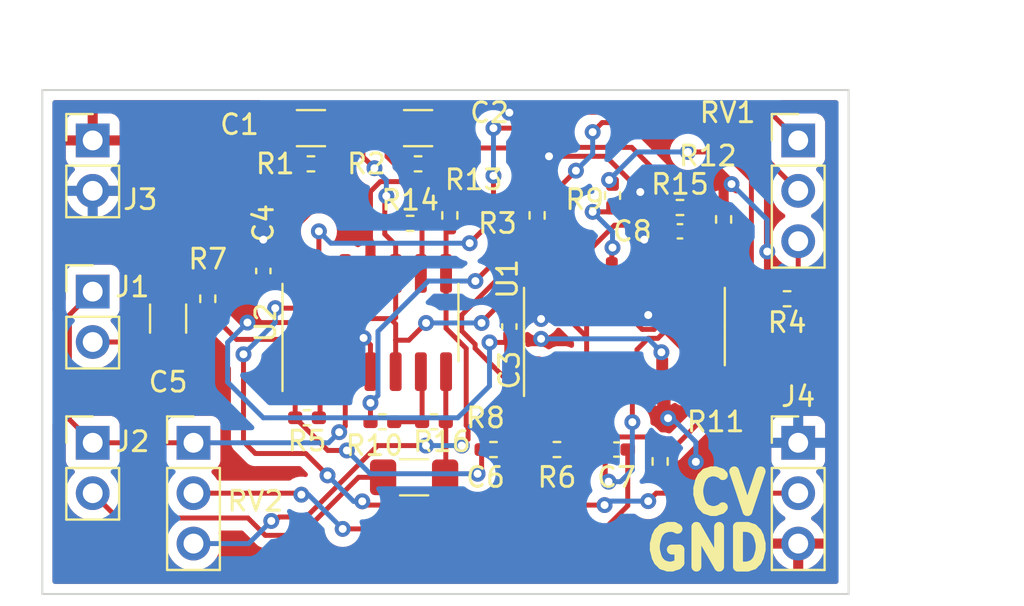
<source format=kicad_pcb>
(kicad_pcb (version 20211014) (generator pcbnew)
  (title_block (title "vcf 13700") (date "2022-08-21") (rev "20220820") (company "Kinoshita Laboratory"))
  (layers (0 "F.Cu" signal) (31 "B.Cu" signal) (34 "B.Paste" user) (35 "F.Paste" user) (36 "B.SilkS" user "B.Silkscreen") (37 "F.SilkS" user "F.Silkscreen") (38 "B.Mask" user) (39 "F.Mask" user) (44 "Edge.Cuts" user))
  (net 0 "")
  (net 1 "VCC")
  (net 2 "vref")
  (net 3 "GND")
  (net 4 "Net-(C5-Pad1)")
  (net 5 "Net-(C5-Pad2)")
  (net 6 "Net-(C6-Pad1)")
  (net 7 "Net-(C6-Pad2)")
  (net 8 "Net-(C7-Pad1)")
  (net 9 "Net-(C7-Pad2)")
  (net 10 "Net-(C8-Pad1)")
  (net 11 "Net-(U2-Pad12)")
  (net 12 "CV")
  (net 13 "Net-(R3-Pad2)")
  (net 14 "Net-(R4-Pad2)")
  (net 15 "Net-(R5-Pad1)")
  (net 16 "Net-(R5-Pad2)")
  (net 17 "Net-(R11-Pad2)")
  (net 18 "Net-(R10-Pad2)")
  (net 19 "Net-(R9-Pad2)")
  (net 20 "Net-(R10-Pad1)")
  (net 21 "Net-(R13-Pad1)")
  (net 22 "Net-(R13-Pad2)")
  (net 23 "Net-(RV1-Pad1)")
  (net 26 "Net-(R6-Pad1)")
  (footprint "Resistor_SMD:R_0402_1005Metric_Pad0.72x0.64mm_HandSolder" (layer "F.Cu") (at 87.2 59.6)
    (fp_text reference "R1" (at -1.8 0) (layer "F.SilkS"))
    (fp_text value "10k")
    (pad "1" smd roundrect (at -0.5975 0) (size 0.715 0.64) (layers "F.Cu" "F.Paste" "F.Mask") (net 1 "VCC"))
    (pad "2" smd roundrect (at 0.5975 0) (size 0.715 0.64) (layers "F.Cu" "F.Paste" "F.Mask") (net 2 "vref"))
  )
  (footprint "Resistor_SMD:R_0402_1005Metric_Pad0.72x0.64mm_HandSolder" (layer "F.Cu") (at 87.0025 72.4 180)
    (fp_text reference "R5" (at 0 -1.17) (layer "F.SilkS"))
    (fp_text value "2.2k")
    (pad "1" smd roundrect (at -0.5975 0 180) (size 0.715 0.64) (layers "F.Cu" "F.Paste" "F.Mask") (net 15 "Net-(R5-Pad1)"))
    (pad "2" smd roundrect (at 0.5975 0 180) (size 0.715 0.64) (layers "F.Cu" "F.Paste" "F.Mask") (net 16 "Net-(R5-Pad2)"))
  )
  (footprint "Resistor_SMD:R_0402_1005Metric_Pad0.72x0.64mm_HandSolder" (layer "F.Cu") (at 104.8 74.6 90)
    (fp_text reference "R11" (at 2 2.8 180) (layer "F.SilkS"))
    (fp_text value "10k")
    (pad "1" smd roundrect (at -0.5975 0 90) (size 0.715 0.64) (layers "F.Cu" "F.Paste" "F.Mask") (net 3 "GND"))
    (pad "2" smd roundrect (at 0.5975 0 90) (size 0.715 0.64) (layers "F.Cu" "F.Paste" "F.Mask") (net 17 "Net-(R11-Pad2)"))
  )
  (footprint "Capacitor_SMD:C_1206_3216Metric_Pad1.33x1.80mm_HandSolder" (layer "F.Cu") (at 92.6 57.8)
    (fp_text reference "C2" (at 3.6 -0.78) (layer "F.SilkS"))
    (fp_text value "100u" hide)
    (pad "1" smd roundrect (at -1.5625 0) (size 1.325 1.8) (layers "F.Cu" "F.Paste" "F.Mask") (roundrect_rratio 0.1886792453) (net 2 "vref"))
    (pad "2" smd roundrect (at 1.5625 0) (size 1.325 1.8) (layers "F.Cu" "F.Paste" "F.Mask") (roundrect_rratio 0.1886792453) (net 3 "GND"))
  )
  (footprint "Resistor_SMD:R_0402_1005Metric_Pad0.72x0.64mm_HandSolder" (layer "F.Cu") (at 92.6 59.6)
    (fp_text reference "R2" (at -2.6 0) (layer "F.SilkS"))
    (fp_text value "10k")
    (pad "1" smd roundrect (at -0.5975 0) (size 0.715 0.64) (layers "F.Cu" "F.Paste" "F.Mask") (net 2 "vref"))
    (pad "2" smd roundrect (at 0.5975 0) (size 0.715 0.64) (layers "F.Cu" "F.Paste" "F.Mask") (net 3 "GND"))
  )
  (footprint "Resistor_SMD:R_0402_1005Metric_Pad0.72x0.64mm_HandSolder" (layer "F.Cu") (at 108 62.4 -90)
    (fp_text reference "R12" (at -3.2 0.8 180) (layer "F.SilkS"))
    (fp_text value "10k")
    (pad "1" smd roundrect (at -0.5975 0 270) (size 0.715 0.64) (layers "F.Cu" "F.Paste" "F.Mask") (net 3 "GND"))
    (pad "2" smd roundrect (at 0.5975 0 270) (size 0.715 0.64) (layers "F.Cu" "F.Paste" "F.Mask") (net 20 "Net-(R10-Pad1)"))
  )
  (footprint "Resistor_SMD:R_0402_1005Metric_Pad0.72x0.64mm_HandSolder" (layer "F.Cu") (at 93.4 72.6)
    (fp_text reference "R8" (at 2.6 -0.2) (layer "F.SilkS"))
    (fp_text value "22k")
    (pad "1" smd roundrect (at -0.5975 0) (size 0.715 0.64) (layers "F.Cu" "F.Paste" "F.Mask") (net 18 "Net-(R10-Pad2)"))
    (pad "2" smd roundrect (at 0.5975 0) (size 0.715 0.64) (layers "F.Cu" "F.Paste" "F.Mask") (net 7 "Net-(C6-Pad2)"))
  )
  (footprint "Resistor_SMD:R_0402_1005Metric_Pad0.72x0.64mm_HandSolder" (layer "F.Cu") (at 82 66.4 90)
    (fp_text reference "R7" (at 2 0 180) (layer "F.SilkS"))
    (fp_text value "68k")
    (pad "1" smd roundrect (at -0.5975 0 90) (size 0.715 0.64) (layers "F.Cu" "F.Paste" "F.Mask") (net 15 "Net-(R5-Pad1)"))
    (pad "2" smd roundrect (at 0.5975 0 90) (size 0.715 0.64) (layers "F.Cu" "F.Paste" "F.Mask") (net 4 "Net-(C5-Pad1)"))
  )
  (footprint "Capacitor_SMD:C_0402_1005Metric_Pad0.74x0.62mm_HandSolder" (layer "F.Cu") (at 97.2 67.8 90)
    (fp_text reference "C3" (at -2.2 0 90) (layer "F.SilkS"))
    (fp_text value "0.1u")
    (pad "1" smd roundrect (at -0.5675 0 90) (size 0.735 0.62) (layers "F.Cu" "F.Paste" "F.Mask") (net 3 "GND"))
    (pad "2" smd roundrect (at 0.5675 0 90) (size 0.735 0.62) (layers "F.Cu" "F.Paste" "F.Mask") (net 1 "VCC"))
  )
  (footprint "Package_SO:SOP-16_3.9x9.9mm_P1.27mm" (layer "F.Cu") (at 103 67.8 90)
    (fp_text reference "U1" (at 2.4 -5.9 90) (layer "F.SilkS"))
    (fp_text value "LM13700")
    (pad "1" smd roundrect (at -2.5 -4.445 90) (size 2 0.6) (layers "F.Cu" "F.Paste" "F.Mask") (net 12 "CV"))
    (pad "2" smd roundrect (at -2.5 -3.175 90) (size 2 0.6) (layers "F.Cu" "F.Paste" "F.Mask"))
    (pad "3" smd roundrect (at -2.5 -1.905 90) (size 2 0.6) (layers "F.Cu" "F.Paste" "F.Mask") (net 2 "vref"))
    (pad "4" smd roundrect (at -2.5 -0.635 90) (size 2 0.6) (layers "F.Cu" "F.Paste" "F.Mask") (net 26 "Net-(R6-Pad1)"))
    (pad "5" smd roundrect (at -2.5 0.635 90) (size 2 0.6) (layers "F.Cu" "F.Paste" "F.Mask") (net 8 "Net-(C7-Pad1)"))
    (pad "6" smd roundrect (at -2.5 1.905 90) (size 2 0.6) (layers "F.Cu" "F.Paste" "F.Mask") (net 3 "GND"))
    (pad "7" smd roundrect (at -2.5 3.175 90) (size 2 0.6) (layers "F.Cu" "F.Paste" "F.Mask") (net 8 "Net-(C7-Pad1)"))
    (pad "8" smd roundrect (at -2.5 4.445 90) (size 2 0.6) (layers "F.Cu" "F.Paste" "F.Mask") (net 17 "Net-(R11-Pad2)"))
    (pad "9" smd roundrect (at 2.5 4.445 90) (size 2 0.6) (layers "F.Cu" "F.Paste" "F.Mask") (net 20 "Net-(R10-Pad1)"))
    (pad "10" smd roundrect (at 2.5 3.175 90) (size 2 0.6) (layers "F.Cu" "F.Paste" "F.Mask") (net 10 "Net-(C8-Pad1)"))
    (pad "11" smd roundrect (at 2.5 1.905 90) (size 2 0.6) (layers "F.Cu" "F.Paste" "F.Mask") (net 1 "VCC"))
    (pad "12" smd roundrect (at 2.5 0.635 90) (size 2 0.6) (layers "F.Cu" "F.Paste" "F.Mask") (net 10 "Net-(C8-Pad1)"))
    (pad "13" smd roundrect (at 2.5 -0.635 90) (size 2 0.6) (layers "F.Cu" "F.Paste" "F.Mask") (net 19 "Net-(R9-Pad2)"))
    (pad "14" smd roundrect (at 2.5 -1.905 90) (size 2 0.6) (layers "F.Cu" "F.Paste" "F.Mask") (net 2 "vref"))
    (pad "15" smd roundrect (at 2.5 -3.175 90) (size 2 0.6) (layers "F.Cu" "F.Paste" "F.Mask"))
    (pad "16" smd roundrect (at 2.5 -4.445 90) (size 2 0.6) (layers "F.Cu" "F.Paste" "F.Mask") (net 12 "CV"))
  )
  (footprint "Resistor_SMD:R_0402_1005Metric_Pad0.72x0.64mm_HandSolder" (layer "F.Cu") (at 94.2 62.2 90)
    (fp_text reference "R13" (at 1.8 1.2 180) (layer "F.SilkS"))
    (fp_text value "22k")
    (pad "1" smd roundrect (at -0.5975 0 90) (size 0.715 0.64) (layers "F.Cu" "F.Paste" "F.Mask") (net 21 "Net-(R13-Pad1)"))
    (pad "2" smd roundrect (at 0.5975 0 90) (size 0.715 0.64) (layers "F.Cu" "F.Paste" "F.Mask") (net 22 "Net-(R13-Pad2)"))
  )
  (footprint "Connector_PinHeader_2.54mm:PinHeader_1x02_P2.54mm_Vertical" (layer "F.Cu") (at 76.2 73.66)
    (fp_text reference "J2" (at 2 -0.06) (layer "F.SilkS"))
    (fp_text value "Conn_01x02")
    (pad "1" thru_hole rect (at 0 0) (size 1.7 1.7) (drill 1) (layers *.Cu *.Mask) (net 2 "vref"))
    (pad "2" thru_hole oval (at 0 2.54) (size 1.7 1.7) (drill 1) (layers *.Cu *.Mask) (net 6 "Net-(C6-Pad1)"))
  )
  (footprint "Connector_PinHeader_2.54mm:PinHeader_1x03_P2.54mm_Vertical" (layer "F.Cu") (at 111.76 58.42)
    (fp_text reference "RV1" (at -3.56 -1.4) (layer "F.SilkS"))
    (fp_text value "100k")
    (pad "1" thru_hole rect (at 0 0) (size 1.7 1.7) (drill 1) (layers *.Cu *.Mask) (net 23 "Net-(RV1-Pad1)"))
    (pad "2" thru_hole oval (at 0 2.54) (size 1.7 1.7) (drill 1) (layers *.Cu *.Mask) (net 13 "Net-(R3-Pad2)"))
    (pad "3" thru_hole oval (at 0 5.08) (size 1.7 1.7) (drill 1) (layers *.Cu *.Mask) (net 14 "Net-(R4-Pad2)"))
  )
  (footprint "Capacitor_SMD:C_0402_1005Metric_Pad0.74x0.62mm_HandSolder" (layer "F.Cu") (at 102.6 74)
    (fp_text reference "C7" (at 0 1.4) (layer "F.SilkS"))
    (fp_text value "3.9n")
    (pad "1" smd roundrect (at -0.5675 0) (size 0.735 0.62) (layers "F.Cu" "F.Paste" "F.Mask") (net 8 "Net-(C7-Pad1)"))
    (pad "2" smd roundrect (at 0.5675 0) (size 0.735 0.62) (layers "F.Cu" "F.Paste" "F.Mask") (net 9 "Net-(C7-Pad2)"))
  )
  (footprint "Capacitor_SMD:C_0402_1005Metric_Pad0.74x0.62mm_HandSolder" (layer "F.Cu") (at 105.8 63 180)
    (fp_text reference "C8" (at 2.4 0) (layer "F.SilkS"))
    (fp_text value "3.9n")
    (pad "1" smd roundrect (at -0.5675 0 180) (size 0.735 0.62) (layers "F.Cu" "F.Paste" "F.Mask") (net 10 "Net-(C8-Pad1)"))
    (pad "2" smd roundrect (at 0.5675 0 180) (size 0.735 0.62) (layers "F.Cu" "F.Paste" "F.Mask") (net 2 "vref"))
  )
  (footprint "Resistor_SMD:R_0402_1005Metric_Pad0.72x0.64mm_HandSolder" (layer "F.Cu") (at 99.6 74)
    (fp_text reference "R6" (at 0 1.4) (layer "F.SilkS"))
    (fp_text value "22k")
    (pad "1" smd roundrect (at -0.5975 0) (size 0.715 0.64) (layers "F.Cu" "F.Paste" "F.Mask") (net 26 "Net-(R6-Pad1)"))
    (pad "2" smd roundrect (at 0.5975 0) (size 0.715 0.64) (layers "F.Cu" "F.Paste" "F.Mask") (net 17 "Net-(R11-Pad2)"))
  )
  (footprint "Connector_PinHeader_2.54mm:PinHeader_1x03_P2.54mm_Vertical" (layer "F.Cu") (at 111.76 73.66)
    (fp_text reference "J4" (at 0 -2.33) (layer "F.SilkS"))
    (fp_text value "Conn_01x03")
    (pad "1" thru_hole rect (at 0 0) (size 1.7 1.7) (drill 1) (layers *.Cu *.Mask) (net 1 "VCC"))
    (pad "2" thru_hole oval (at 0 2.54) (size 1.7 1.7) (drill 1) (layers *.Cu *.Mask) (net 11 "Net-(U2-Pad12)"))
    (pad "3" thru_hole oval (at 0 5.08) (size 1.7 1.7) (drill 1) (layers *.Cu *.Mask) (net 3 "GND"))
  )
  (footprint "Connector_PinHeader_2.54mm:PinHeader_1x03_P2.54mm_Vertical" (layer "F.Cu") (at 81.28 73.66)
    (fp_text reference "RV2" (at 3.12 2.94) (layer "F.SilkS"))
    (fp_text value "100k")
    (pad "1" thru_hole rect (at 0 0) (size 1.7 1.7) (drill 1) (layers *.Cu *.Mask) (net 2 "vref"))
    (pad "2" thru_hole oval (at 0 2.54) (size 1.7 1.7) (drill 1) (layers *.Cu *.Mask) (net 9 "Net-(C7-Pad2)"))
    (pad "3" thru_hole oval (at 0 5.08) (size 1.7 1.7) (drill 1) (layers *.Cu *.Mask) (net 21 "Net-(R13-Pad1)"))
  )
  (footprint "Resistor_SMD:R_0402_1005Metric_Pad0.72x0.64mm_HandSolder" (layer "F.Cu") (at 102.4 61.2 -90)
    (fp_text reference "R9" (at 0.2 1.4 180) (layer "F.SilkS"))
    (fp_text value "22k")
    (pad "1" smd roundrect (at -0.5975 0 270) (size 0.715 0.64) (layers "F.Cu" "F.Paste" "F.Mask") (net 17 "Net-(R11-Pad2)"))
    (pad "2" smd roundrect (at 0.5975 0 270) (size 0.715 0.64) (layers "F.Cu" "F.Paste" "F.Mask") (net 19 "Net-(R9-Pad2)"))
  )
  (footprint "Capacitor_SMD:C_1206_3216Metric_Pad1.33x1.80mm_HandSolder" (layer "F.Cu") (at 92.4 75.4)
    (fp_text reference "C6" (at 3.6 0) (layer "F.SilkS"))
    (fp_text value "4.7u")
    (pad "1" smd roundrect (at -1.5625 0) (size 1.325 1.8) (layers "F.Cu" "F.Paste" "F.Mask") (roundrect_rratio 0.1886792453) (net 6 "Net-(C6-Pad1)"))
    (pad "2" smd roundrect (at 1.5625 0) (size 1.325 1.8) (layers "F.Cu" "F.Paste" "F.Mask") (roundrect_rratio 0.1886792453) (net 7 "Net-(C6-Pad2)"))
  )
  (footprint "Capacitor_SMD:C_1206_3216Metric_Pad1.33x1.80mm_HandSolder" (layer "F.Cu") (at 80 67.4 -90)
    (fp_text reference "C5" (at 3.2 0 180) (layer "F.SilkS"))
    (fp_text value "4.7u")
    (pad "1" smd roundrect (at -1.5625 0 270) (size 1.325 1.8) (layers "F.Cu" "F.Paste" "F.Mask") (roundrect_rratio 0.1886792453) (net 4 "Net-(C5-Pad1)"))
    (pad "2" smd roundrect (at 1.5625 0 270) (size 1.325 1.8) (layers "F.Cu" "F.Paste" "F.Mask") (roundrect_rratio 0.1886792453) (net 5 "Net-(C5-Pad2)"))
  )
  (footprint "Resistor_SMD:R_0402_1005Metric_Pad0.72x0.64mm_HandSolder" (layer "F.Cu") (at 96.4 74)
    (fp_text reference "R16" (at -2.6 -0.4) (layer "F.SilkS"))
    (fp_text value "22k")
    (pad "1" smd roundrect (at -0.5975 0) (size 0.715 0.64) (layers "F.Cu" "F.Paste" "F.Mask") (net 16 "Net-(R5-Pad2)"))
    (pad "2" smd roundrect (at 0.5975 0) (size 0.715 0.64) (layers "F.Cu" "F.Paste" "F.Mask") (net 26 "Net-(R6-Pad1)"))
  )
  (footprint "Resistor_SMD:R_0402_1005Metric_Pad0.72x0.64mm_HandSolder" (layer "F.Cu") (at 98.6 62.2 90)
    (fp_text reference "R3" (at -0.4 -2 180) (layer "F.SilkS"))
    (fp_text value "10k")
    (pad "1" smd roundrect (at -0.5975 0 90) (size 0.715 0.64) (layers "F.Cu" "F.Paste" "F.Mask") (net 12 "CV"))
    (pad "2" smd roundrect (at 0.5975 0 90) (size 0.715 0.64) (layers "F.Cu" "F.Paste" "F.Mask") (net 13 "Net-(R3-Pad2)"))
  )
  (footprint "Resistor_SMD:R_0402_1005Metric_Pad0.72x0.64mm_HandSolder" (layer "F.Cu") (at 90.8 72.6)
    (fp_text reference "R10" (at -0.4 1.2) (layer "F.SilkS"))
    (fp_text value "1k")
    (pad "1" smd roundrect (at -0.5975 0) (size 0.715 0.64) (layers "F.Cu" "F.Paste" "F.Mask") (net 20 "Net-(R10-Pad1)"))
    (pad "2" smd roundrect (at 0.5975 0) (size 0.715 0.64) (layers "F.Cu" "F.Paste" "F.Mask") (net 18 "Net-(R10-Pad2)"))
  )
  (footprint "Resistor_SMD:R_0402_1005Metric_Pad0.72x0.64mm_HandSolder" (layer "F.Cu") (at 92.2 62.6)
    (fp_text reference "R14" (at 0 -1.17) (layer "F.SilkS"))
    (fp_text value "10k")
    (pad "1" smd roundrect (at -0.5975 0) (size 0.715 0.64) (layers "F.Cu" "F.Paste" "F.Mask") (net 20 "Net-(R10-Pad1)"))
    (pad "2" smd roundrect (at 0.5975 0) (size 0.715 0.64) (layers "F.Cu" "F.Paste" "F.Mask") (net 22 "Net-(R13-Pad2)"))
  )
  (footprint "Package_SO:SO-14_3.9x8.65mm_P1.27mm" (layer "F.Cu") (at 90.2 67.6 90)
    (fp_text reference "U2" (at 0 -5.28 90) (layer "F.SilkS"))
    (fp_text value "LMV324IDR")
    (pad "1" smd roundrect (at -2.475 -3.81 90) (size 1.95 0.6) (layers "F.Cu" "F.Paste" "F.Mask") (net 16 "Net-(R5-Pad2)"))
    (pad "2" smd roundrect (at -2.475 -2.54 90) (size 1.95 0.6) (layers "F.Cu" "F.Paste" "F.Mask") (net 15 "Net-(R5-Pad1)"))
    (pad "3" smd roundrect (at -2.475 -1.27 90) (size 1.95 0.6) (layers "F.Cu" "F.Paste" "F.Mask") (net 2 "vref"))
    (pad "4" smd roundrect (at -2.475 0 90) (size 1.95 0.6) (layers "F.Cu" "F.Paste" "F.Mask") (net 1 "VCC"))
    (pad "5" smd roundrect (at -2.475 1.27 90) (size 1.95 0.6) (layers "F.Cu" "F.Paste" "F.Mask") (net 2 "vref"))
    (pad "6" smd roundrect (at -2.475 2.54 90) (size 1.95 0.6) (layers "F.Cu" "F.Paste" "F.Mask") (net 18 "Net-(R10-Pad2)"))
    (pad "7" smd roundrect (at -2.475 3.81 90) (size 1.95 0.6) (layers "F.Cu" "F.Paste" "F.Mask") (net 7 "Net-(C6-Pad2)"))
    (pad "8" smd roundrect (at 2.475 3.81 90) (size 1.95 0.6) (layers "F.Cu" "F.Paste" "F.Mask") (net 21 "Net-(R13-Pad1)"))
    (pad "9" smd roundrect (at 2.475 2.54 90) (size 1.95 0.6) (layers "F.Cu" "F.Paste" "F.Mask") (net 22 "Net-(R13-Pad2)"))
    (pad "10" smd roundrect (at 2.475 1.27 90) (size 1.95 0.6) (layers "F.Cu" "F.Paste" "F.Mask") (net 2 "vref"))
    (pad "11" smd roundrect (at 2.475 0 90) (size 1.95 0.6) (layers "F.Cu" "F.Paste" "F.Mask") (net 3 "GND"))
    (pad "12" smd roundrect (at 2.475 -1.27 90) (size 1.95 0.6) (layers "F.Cu" "F.Paste" "F.Mask") (net 11 "Net-(U2-Pad12)"))
    (pad "13" smd roundrect (at 2.475 -2.54 90) (size 1.95 0.6) (layers "F.Cu" "F.Paste" "F.Mask") (net 23 "Net-(RV1-Pad1)"))
    (pad "14" smd roundrect (at 2.475 -3.81 90) (size 1.95 0.6) (layers "F.Cu" "F.Paste" "F.Mask") (net 23 "Net-(RV1-Pad1)"))
  )
  (footprint "Resistor_SMD:R_0402_1005Metric_Pad0.72x0.64mm_HandSolder" (layer "F.Cu") (at 105.8 61.8)
    (fp_text reference "R15" (at 0 -1.17) (layer "F.SilkS"))
    (fp_text value "22k")
    (pad "1" smd roundrect (at -0.5975 0) (size 0.715 0.64) (layers "F.Cu" "F.Paste" "F.Mask") (net 19 "Net-(R9-Pad2)"))
    (pad "2" smd roundrect (at 0.5975 0) (size 0.715 0.64) (layers "F.Cu" "F.Paste" "F.Mask") (net 20 "Net-(R10-Pad1)"))
  )
  (footprint "Capacitor_SMD:C_1206_3216Metric_Pad1.33x1.80mm_HandSolder" (layer "F.Cu") (at 87.2 57.8)
    (fp_text reference "C1" (at -3.6 -0.18) (layer "F.SilkS"))
    (fp_text value "100u" hide)
    (pad "1" smd roundrect (at -1.5625 0) (size 1.325 1.8) (layers "F.Cu" "F.Paste" "F.Mask") (roundrect_rratio 0.1886792453) (net 1 "VCC"))
    (pad "2" smd roundrect (at 1.5625 0) (size 1.325 1.8) (layers "F.Cu" "F.Paste" "F.Mask") (roundrect_rratio 0.1886792453) (net 2 "vref"))
  )
  (footprint "Connector_PinHeader_2.54mm:PinHeader_1x02_P2.54mm_Vertical" (layer "F.Cu") (at 76.2 66.04)
    (fp_text reference "J1" (at 2 -0.24) (layer "F.SilkS"))
    (fp_text value "Conn_01x02")
    (pad "1" thru_hole rect (at 0 0) (size 1.7 1.7) (drill 1) (layers *.Cu *.Mask) (net 2 "vref"))
    (pad "2" thru_hole oval (at 0 2.54) (size 1.7 1.7) (drill 1) (layers *.Cu *.Mask) (net 5 "Net-(C5-Pad2)"))
  )
  (footprint "Connector_PinHeader_2.54mm:PinHeader_1x02_P2.54mm_Vertical" (layer "F.Cu") (at 76.2 58.42)
    (fp_text reference "J3" (at 2.4 2.98) (layer "F.SilkS"))
    (fp_text value "Conn_01x02")
    (pad "1" thru_hole rect (at 0 0) (size 1.7 1.7) (drill 1) (layers *.Cu *.Mask) (net 3 "GND"))
    (pad "2" thru_hole oval (at 0 2.54) (size 1.7 1.7) (drill 1) (layers *.Cu *.Mask) (net 1 "VCC"))
  )
  (footprint "Capacitor_SMD:C_0402_1005Metric_Pad0.74x0.62mm_HandSolder" (layer "F.Cu") (at 84.8 65 90)
    (fp_text reference "C4" (at 2.4 0 90) (layer "F.SilkS"))
    (fp_text value "0.1u")
    (pad "1" smd roundrect (at -0.5675 0 90) (size 0.735 0.62) (layers "F.Cu" "F.Paste" "F.Mask") (net 3 "GND"))
    (pad "2" smd roundrect (at 0.5675 0 90) (size 0.735 0.62) (layers "F.Cu" "F.Paste" "F.Mask") (net 1 "VCC"))
  )
  (footprint "Resistor_SMD:R_0402_1005Metric_Pad0.72x0.64mm_HandSolder" (layer "F.Cu") (at 111.2 66.4)
    (fp_text reference "R4" (at 0 1.2) (layer "F.SilkS"))
    (fp_text value "1k")
    (pad "1" smd roundrect (at -0.5975 0) (size 0.715 0.64) (layers "F.Cu" "F.Paste" "F.Mask") (net 3 "GND"))
    (pad "2" smd roundrect (at 0.5975 0) (size 0.715 0.64) (layers "F.Cu" "F.Paste" "F.Mask") (net 14 "Net-(R4-Pad2)"))
  )
  (gr_line (start 73.66 55.88) (end 114.3 55.88) (layer "Edge.Cuts") (width 0.1))
  (gr_line (start 73.66 81.28) (end 73.66 55.88) (layer "Edge.Cuts") (width 0.1))
  (gr_line (start 114.3 55.88) (end 114.3 81.28) (layer "Edge.Cuts") (width 0.1))
  (gr_line (start 114.3 81.28) (end 73.66 81.28) (layer "Edge.Cuts") (width 0.1))
  (gr_text "CV" (at 108.2 76.2) (layer "F.SilkS") (effects (font (size 2 2) (thickness 0.5))))
  (gr_text "GND" (at 107.2 79) (layer "F.SilkS") (effects (font (size 2 2) (thickness 0.5))))
  (segment (start 84.8 64.4325) (end 84.8 63.42) (width 0.25) (layer "F.Cu") (net 1))
  (segment (start 90.2 68.722083) (end 89.853293 68.375376) (width 0.25) (layer "F.Cu") (net 1))
  (segment (start 82.4775 60.96) (end 85.6375 57.8) (width 0.5) (layer "F.Cu") (net 1))
  (segment (start 84.8 63.42) (end 84.8 62.62) (width 0.25) (layer "F.Cu") (net 1))
  (segment (start 86.6025 60.8175) (end 86.6025 59.6) (width 0.25) (layer "F.Cu") (net 1))
  (segment (start 85.6375 59.2575) (end 85.6375 57.8) (width 0.25) (layer "F.Cu") (net 1))
  (segment (start 90.2 70.075) (end 90.2 68.722083) (width 0.25) (layer "F.Cu") (net 1))
  (segment (start 104.905 65.3) (end 104.905 66.515) (width 0.25) (layer "F.Cu") (net 1))
  (segment (start 104.905 66.515) (end 104.2 67.22) (width 0.25) (layer "F.Cu") (net 1))
  (segment (start 86.86202 56.57548) (end 85.6375 57.8) (width 0.25) (layer "F.Cu") (net 1))
  (segment (start 98.8 67.42) (end 97.3875 67.42) (width 0.25) (layer "F.Cu") (net 1))
  (segment (start 97.2 57.02) (end 96.75548 56.57548) (width 0.25) (layer "F.Cu") (net 1))
  (segment (start 104.905 64.325) (end 104 63.42) (width 0.25) (layer "F.Cu") (net 1))
  (segment (start 103.8 60.959786) (end 102.060214 59.22) (width 0.25) (layer "F.Cu") (net 1))
  (segment (start 97.3875 67.42) (end 97.2 67.2325) (width 0.25) (layer "F.Cu") (net 1))
  (segment (start 103.8 61.02) (end 103.8 60.959786) (width 0.25) (layer "F.Cu") (net 1))
  (segment (start 76.2 60.96) (end 82.4775 60.96) (width 0.5) (layer "F.Cu") (net 1))
  (segment (start 96.75548 56.57548) (end 86.86202 56.57548) (width 0.25) (layer "F.Cu") (net 1))
  (segment (start 84.8 62.62) (end 86.6025 60.8175) (width 0.25) (layer "F.Cu") (net 1))
  (segment (start 104.905 65.3) (end 104.905 64.325) (width 0.25) (layer "F.Cu") (net 1))
  (segment (start 85.98 59.6) (end 85.6375 59.2575) (width 0.25) (layer "F.Cu") (net 1))
  (segment (start 86.6025 59.6) (end 85.98 59.6) (width 0.25) (layer "F.Cu") (net 1))
  (segment (start 102.060214 59.22) (end 99.2 59.22) (width 0.25) (layer "F.Cu") (net 1))
  (via (at 99.2 59.22) (size 0.8) (drill 0.4) (layers "F.Cu" "B.Cu") (net 1))
  (via (at 98.8 67.42) (size 0.8) (drill 0.4) (layers "F.Cu" "B.Cu") (net 1))
  (via (at 104.2 67.22) (size 0.8) (drill 0.4) (layers "F.Cu" "B.Cu") (net 1))
  (via (at 89.853293 68.375376) (size 0.8) (drill 0.4) (layers "F.Cu" "B.Cu") (net 1))
  (via (at 103.8 61.02) (size 0.8) (drill 0.4) (layers "F.Cu" "B.Cu") (net 1))
  (via (at 97.2 57.02) (size 0.8) (drill 0.4) (layers "F.Cu" "B.Cu") (net 1))
  (via (at 84.8 63.42) (size 0.8) (drill 0.4) (layers "F.Cu" "B.Cu") (net 1))
  (via (at 104 63.42) (size 0.8) (drill 0.4) (layers "F.Cu" "B.Cu") (net 1))
  (segment (start 104 63.42) (end 104 61.22) (width 0.25) (layer "B.Cu") (net 1))
  (segment (start 99 67.22) (end 98.8 67.42) (width 0.25) (layer "B.Cu") (net 1))
  (segment (start 104 61.22) (end 103.8 61.02) (width 0.25) (layer "B.Cu") (net 1))
  (segment (start 84.8 63.42) (end 85 63.42) (width 0.25) (layer "B.Cu") (net 1))
  (segment (start 104.2 67.22) (end 99 67.22) (width 0.25) (layer "B.Cu") (net 1))
  (segment (start 99.2 59.02) (end 97.2 57.02) (width 0.25) (layer "B.Cu") (net 1))
  (segment (start 85 63.42) (end 89.853293 68.273293) (width 0.25) (layer "B.Cu") (net 1))
  (segment (start 99.2 59.22) (end 99.2 59.02) (width 0.25) (layer "B.Cu") (net 1))
  (segment (start 89.853293 68.273293) (end 89.853293 68.375376) (width 0.25) (layer "B.Cu") (net 1))
  (segment (start 91.47 67.67) (end 91.47 68.49) (width 0.25) (layer "F.Cu") (net 2))
  (segment (start 96.846377 66.54048) (end 98.124408 66.54048) (width 0.25) (layer "F.Cu") (net 2))
  (segment (start 98.279427 66.695499) (end 99.465499 66.695499) (width 0.25) (layer "F.Cu") (net 2))
  (segment (start 91.47 68.49) (end 91.47 70.075) (width 0.25) (layer "F.Cu") (net 2))
  (segment (start 98.124408 66.54048) (end 98.279427 66.695499) (width 0.25) (layer "F.Cu") (net 2))
  (segment (start 88.93 70.075) (end 88.93 72.818049) (width 0.25) (layer "F.Cu") (net 2))
  (segment (start 89.82 59.24) (end 89.82 57.8) (width 0.25) (layer "F.Cu") (net 2))
  (segment (start 101.095 65.3) (end 101.095 68.325) (width 0.25) (layer "F.Cu") (net 2))
  (segment (start 102.499901 62.695499) (end 104.927999 62.695499) (width 0.25) (layer "F.Cu") (net 2))
  (segment (start 89.635704 67.4) (end 91.2 67.4) (width 0.25) (layer "F.Cu") (net 2))
  (segment (start 91.47 65.125) (end 91.47 67.35) (width 0.25) (layer "F.Cu") (net 2))
  (segment (start 76.2 73.66) (end 75.025489 72.485489) (width 0.25) (layer "F.Cu") (net 2))
  (segment (start 91.2 67.4) (end 91.31 67.51) (width 0.25) (layer "F.Cu") (net 2))
  (segment (start 104.927999 62.695499) (end 105.2325 63) (width 0.25) (layer "F.Cu") (net 2))
  (segment (start 95.8 67.62) (end 95.8 67.586857) (width 0.25) (layer "F.Cu") (net 2))
  (segment (start 91.31 67.51) (end 91.47 67.67) (width 0.25) (layer "F.Cu") (net 2))
  (segment (start 99.465499 66.695499) (end 101.095 68.325) (width 0.25) (layer "F.Cu") (net 2))
  (segment (start 91.0375 59.2375) (end 91.0375 57.8) (width 0.25) (layer "F.Cu") (net 2))
  (segment (start 88.4 59.6) (end 88.7625 59.2375) (width 0.25) (layer "F.Cu") (net 2))
  (segment (start 88.7625 59.2375) (end 88.7625 57.8) (width 0.25) (layer "F.Cu") (net 2))
  (segment (start 87.7975 59.6) (end 88.4 59.6) (width 0.25) (layer "F.Cu") (net 2))
  (segment (start 91.47 63.69) (end 90.92048 63.14048) (width 0.25) (layer "F.Cu") (net 2))
  (segment (start 95.8 67.586857) (end 96.846377 66.54048) (width 0.25) (layer "F.Cu") (net 2))
  (segment (start 89.82 57.8) (end 91.0375 57.8) (width 0.25) (layer "F.Cu") (net 2))
  (segment (start 75.025489 72.485489) (end 75.025489 67.214511) (width 0.25) (layer "F.Cu") (net 2))
  (segment (start 88.93 70.075) (end 88.93 68.105704) (width 0.25) (layer "F.Cu") (net 2))
  (segment (start 101.095 68.325) (end 101.095 70.3) (width 0.25) (layer "F.Cu") (net 2))
  (segment (start 88.93 72.818049) (end 88.623549 73.1245) (width 0.25) (layer "F.Cu") (net 2))
  (segment (start 91.47 65.125) (end 91.47 63.69) (width 0.25) (layer "F.Cu") (net 2))
  (segment (start 90.92048 63.14048) (end 90.92048 61.29952) (width 0.25) (layer "F.Cu") (net 2))
  (segment (start 76.2 73.66) (end 81.28 73.66) (width 0.25) (layer "F.Cu") (net 2))
  (segment (start 91.47 68.49) (end 92.134701 68.49) (width 0.25) (layer "F.Cu") (net 2))
  (segment (start 90.4 59.82) (end 89.82 59.24) (width 0.25) (layer "F.Cu") (net 2))
  (segment (start 91.47 67.35) (end 91.31 67.51) (width 0.25) (layer "F.Cu") (net 2))
  (segment (start 92.0025 59.6) (end 91.4 59.6) (width 0.25) (layer "F.Cu") (net 2))
  (segment (start 75.025489 67.214511) (end 76.2 66.04) (width 0.25) (layer "F.Cu") (net 2))
  (segment (start 101.095 64.1004) (end 102.499901 62.695499) (width 0.25) (layer "F.Cu") (net 2))
  (segment (start 101.095 65.3) (end 101.095 64.1004) (width 0.25) (layer "F.Cu") (net 2))
  (segment (start 88.7625 57.8) (end 89.82 57.8) (width 0.25) (layer "F.Cu") (net 2))
  (segment (start 88.93 68.105704) (end 89.635704 67.4) (width 0.25) (layer "F.Cu") (net 2))
  (segment (start 90.92048 61.29952) (end 91 61.22) (width 0.25) (layer "F.Cu") (net 2))
  (segment (start 92.134701 68.49) (end 93.002821 67.62188) (width 0.25) (layer "F.Cu") (net 2))
  (segment (start 91.4 59.6) (end 91.0375 59.2375) (width 0.25) (layer "F.Cu") (net 2))
  (via (at 95.8 67.62) (size 0.8) (drill 0.4) (layers "F.Cu" "B.Cu") (net 2))
  (via (at 88.623549 73.1245) (size 0.8) (drill 0.4) (layers "F.Cu" "B.Cu") (net 2))
  (via (at 90.4 59.82) (size 0.8) (drill 0.4) (layers "F.Cu" "B.Cu") (net 2))
  (via (at 93.002821 67.62188) (size 0.8) (drill 0.4) (layers "F.Cu" "B.Cu") (net 2))
  (via (at 91 61.22) (size 0.8) (drill 0.4) (layers "F.Cu" "B.Cu") (net 2))
  (segment (start 95.8 67.62) (end 93.004701 67.62) (width 0.25) (layer "B.Cu") (net 2))
  (segment (start 81.28 73.66) (end 88.088049 73.66) (width 0.25) (layer "B.Cu") (net 2))
  (segment (start 93.004701 67.62) (end 93.002821 67.62188) (width 0.25) (layer "B.Cu") (net 2))
  (segment (start 91 60.42) (end 90.4 59.82) (width 0.25) (layer "B.Cu") (net 2))
  (segment (start 91 61.22) (end 91 60.42) (width 0.25) (layer "B.Cu") (net 2))
  (segment (start 88.088049 73.66) (end 88.623549 73.1245) (width 0.25) (layer "B.Cu") (net 2))
  (segment (start 96.9675 68.6) (end 97.2 68.3675) (width 0.25) (layer "F.Cu") (net 3))
  (segment (start 90.2 65.125) (end 90.2 66) (width 0.25) (layer "F.Cu") (net 3))
  (segment (start 97.2525 68.42) (end 97.2 68.3675) (width 0.25) (layer "F.Cu") (net 3))
  (segment (start 93.1975 59.6) (end 93.1975 58.765) (width 0.25) (layer "F.Cu") (net 3))
  (segment (start 105.2 70.595) (end 104.905 70.3) (width 0.25) (layer "F.Cu") (net 3))
  (segment (start 110.6025 64.4225) (end 110.2 64.02) (width 0.25) (layer "F.Cu") (net 3))
  (segment (start 108 60.82) (end 108 61.8025) (width 0.25) (layer "F.Cu") (net 3))
  (segment (start 90.2 66.2) (end 88.8 67.6) (width 0.25) (layer "F.Cu") (net 3))
  (segment (start 85.6 64.7675) (end 85.6 63.62) (width 0.25) (layer "F.Cu") (net 3))
  (segment (start 92.302001 60.495499) (end 93.1975 59.6) (width 0.25) (layer "F.Cu") (net 3))
  (segment (start 90.699901 60.495499) (end 92.302001 60.495499) (width 0.25) (layer "F.Cu") (net 3))
  (segment (start 108.2 60.62) (end 108 60.82) (width 0.25) (layer "F.Cu") (net 3))
  (segment (start 87.4 61.82) (end 89 61.82) (width 0.25) (layer "F.Cu") (net 3))
  (segment (start 90.2 60.9954) (end 90.699901 60.495499) (width 0.25) (layer "F.Cu") (net 3))
  (segment (start 96.2 68.6) (end 96.9675 68.6) (width 0.25) (layer "F.Cu") (net 3))
  (segment (start 110.6025 66.4) (end 110.6025 64.4225) (width 0.25) (layer "F.Cu") (net 3))
  (segment (start 93.1975 58.765) (end 94.1625 57.8) (width 0.25) (layer "F.Cu") (net 3))
  (segment (start 108.4 60.62) (end 108.2 60.62) (width 0.25) (layer "F.Cu") (net 3))
  (segment (start 90.2 66) (end 90.2 66.2) (width 0.25) (layer "F.Cu") (net 3))
  (segment (start 84.8 65.5675) (end 85.6 64.7675) (width 0.25) (layer "F.Cu") (net 3))
  (segment (start 90.2 63.02) (end 90.2 60.9954) (width 0.25) (layer "F.Cu") (net 3))
  (segment (start 106.0225 75.1975) (end 106.6 74.62) (width 0.25) (layer "F.Cu") (net 3))
  (segment (start 89 61.82) (end 90.2 63.02) (width 0.25) (layer "F.Cu") (net 3))
  (segment (start 90.2 65.125) (end 90.2 63.02) (width 0.25) (layer "F.Cu") (net 3))
  (segment (start 104.8 75.1975) (end 106.0225 75.1975) (width 0.25) (layer "F.Cu") (net 3))
  (segment (start 104.905 70.3) (end 104.905 69.138581) (width 0.25) (layer "F.Cu") (net 3))
  (segment (start 85.6 63.62) (end 87.4 61.82) (width 0.25) (layer "F.Cu") (net 3))
  (segment (start 98.8 68.42) (end 97.2525 68.42) (width 0.25) (layer "F.Cu") (net 3))
  (segment (start 88.8 67.6) (end 84 67.6) (width 0.25) (layer "F.Cu") (net 3))
  (segment (start 105.2 72.42) (end 105.2 70.595) (width 0.25) (layer "F.Cu") (net 3))
  (segment (start 104.905 69.138581) (end 104.863041 69.096622) (width 0.25) (layer "F.Cu") (net 3))
  (via (at 84 67.6) (size 0.8) (drill 0.4) (layers "F.Cu" "B.Cu") (net 3))
  (via (at 98.8 68.42) (size 0.8) (drill 0.4) (layers "F.Cu" "B.Cu") (net 3))
  (via (at 105.2 72.42) (size 0.8) (drill 0.4) (layers "F.Cu" "B.Cu") (net 3))
  (via (at 108.4 60.62) (size 0.8) (drill 0.4) (layers "F.Cu" "B.Cu") (net 3))
  (via (at 96.2 68.6) (size 0.8) (drill 0.4) (layers "F.Cu" "B.Cu") (net 3))
  (via (at 106.6 74.62) (size 0.8) (drill 0.4) (layers "F.Cu" "B.Cu") (net 3))
  (via (at 110.2 64.02) (size 0.8) (drill 0.4) (layers "F.Cu" "B.Cu") (net 3))
  (via (at 104.863041 69.096622) (size 0.8) (drill 0.4) (layers "F.Cu" "B.Cu") (net 3))
  (segment (start 104.2 68.42) (end 98.8 68.42) (width 0.25) (layer "B.Cu") (net 3))
  (segment (start 84 67.6) (end 83 68.6) (width 0.25) (layer "B.Cu") (net 3))
  (segment (start 106.6 73.62) (end 105.4 72.42) (width 0.25) (layer "B.Cu") (net 3))
  (segment (start 104.586419 68.82) (end 104.863041 69.096622) (width 0.25) (layer "B.Cu") (net 3))
  (segment (start 83 68.6) (end 83 70.6) (width 0.25) (layer "B.Cu") (net 3))
  (segment (start 96.2 70.8) (end 96.2 68.6) (width 0.25) (layer "B.Cu") (net 3))
  (segment (start 94.6 72.4) (end 96.2 70.8) (width 0.25) (layer "B.Cu") (net 3))
  (segment (start 84.8 72.4) (end 94.6 72.4) (width 0.25) (layer "B.Cu") (net 3))
  (segment (start 110.2 62.42) (end 108.4 60.62) (width 0.25) (layer "B.Cu") (net 3))
  (segment (start 83 70.6) (end 84.8 72.4) (width 0.25) (layer "B.Cu") (net 3))
  (segment (start 110.2 64.02) (end 110.2 62.42) (width 0.25) (layer "B.Cu") (net 3))
  (segment (start 104.586419 68.806419) (end 104.2 68.42) (width 0.25) (layer "B.Cu") (net 3))
  (segment (start 105.4 72.42) (end 105.2 72.42) (width 0.25) (layer "B.Cu") (net 3))
  (segment (start 104.586419 68.82) (end 104.586419 68.806419) (width 0.25) (layer "B.Cu") (net 3))
  (segment (start 106.6 74.62) (end 106.6 73.62) (width 0.25) (layer "B.Cu") (net 3))
  (segment (start 80 65.8375) (end 81.965 65.8375) (width 0.25) (layer "F.Cu") (net 4))
  (segment (start 81.965 65.8375) (end 82 65.8025) (width 0.25) (layer "F.Cu") (net 4))
  (segment (start 76.2 68.58) (end 79.6175 68.58) (width 0.25) (layer "F.Cu") (net 5))
  (segment (start 79.6175 68.58) (end 80 68.9625) (width 0.25) (layer "F.Cu") (net 5))
  (segment (start 84.024911 77.449511) (end 77.449511 77.449511) (width 0.25) (layer "F.Cu") (net 6))
  (segment (start 86.67371 78.324501) (end 84.899901 78.324501) (width 0.25) (layer "F.Cu") (net 6))
  (segment (start 90.8375 75.4) (end 89.598211 75.4) (width 0.25) (layer "F.Cu") (net 6))
  (segment (start 84.899901 78.324501) (end 84.024911 77.449511) (width 0.25) (layer "F.Cu") (net 6))
  (segment (start 89.598211 75.4) (end 86.67371 78.324501) (width 0.25) (layer "F.Cu") (net 6))
  (segment (start 77.449511 77.449511) (end 76.2 76.2) (width 0.25) (layer "F.Cu") (net 6))
  (segment (start 93.9975 72.6) (end 93.9975 75.365) (width 0.25) (layer "F.Cu") (net 7))
  (segment (start 93.9975 72.6) (end 93.9975 70.0875) (width 0.25) (layer "F.Cu") (net 7))
  (segment (start 93.9975 75.365) (end 93.9625 75.4) (width 0.25) (layer "F.Cu") (net 7))
  (segment (start 93.9975 70.0875) (end 94.01 70.075) (width 0.25) (layer "F.Cu") (net 7))
  (segment (start 104.972387 68.119021) (end 104.961283 68.119021) (width 0.25) (layer "F.Cu") (net 8))
  (segment (start 106.175 70.3) (end 106.175 69.1704) (width 0.25) (layer "F.Cu") (net 8))
  (segment (start 106.175 69.1704) (end 105.100099 68.095499) (width 0.25) (layer "F.Cu") (net 8))
  (segment (start 103.635 68.9604) (end 103.635 70.3) (width 0.25) (layer "F.Cu") (net 8))
  (segment (start 103.4 72.62) (end 103.4 70.535) (width 0.25) (layer "F.Cu") (net 8))
  (segment (start 103.4 70.535) (end 103.635 70.3) (width 0.25) (layer "F.Cu") (net 8))
  (segment (start 102.0325 75.4525) (end 102.2 75.62) (width 0.25) (layer "F.Cu") (net 8))
  (segment (start 104.686292 68.394012) (end 104.201388 68.394012) (width 0.25) (layer "F.Cu") (net 8))
  (segment (start 104.201388 68.394012) (end 103.635 68.9604) (width 0.25) (layer "F.Cu") (net 8))
  (segment (start 105.100099 68.095499) (end 104.995909 68.095499) (width 0.25) (layer "F.Cu") (net 8))
  (segment (start 102.0325 74) (end 102.0325 75.4525) (width 0.25) (layer "F.Cu") (net 8))
  (segment (start 104.995909 68.095499) (end 104.972387 68.119021) (width 0.25) (layer "F.Cu") (net 8))
  (segment (start 104.961283 68.119021) (end 104.686292 68.394012) (width 0.25) (layer "F.Cu") (net 8))
  (via (at 102.2 75.62) (size 0.8) (drill 0.4) (layers "F.Cu" "B.Cu") (net 8))
  (via (at 103.4 72.62) (size 0.8) (drill 0.4) (layers "F.Cu" "B.Cu") (net 8))
  (segment (start 102.8 75.62) (end 103.4 75.02) (width 0.25) (layer "B.Cu") (net 8))
  (segment (start 102.2 75.62) (end 102.8 75.62) (width 0.25) (layer "B.Cu") (net 8))
  (segment (start 103.4 75.02) (end 103.4 72.62) (width 0.25) (layer "B.Cu") (net 8))
  (segment (start 103.1675 76.8325) (end 103.1675 74) (width 0.25) (layer "F.Cu") (net 9))
  (segment (start 81.28 76.2) (end 86.642672 76.2) (width 0.25) (layer "F.Cu") (net 9))
  (segment (start 86.642672 76.2) (end 86.718172 76.2755) (width 0.25) (layer "F.Cu") (net 9))
  (segment (start 88.8 78) (end 102 78) (width 0.25) (layer "F.Cu") (net 9))
  (segment (start 102 78) (end 103.1675 76.8325) (width 0.25) (layer "F.Cu") (net 9))
  (via (at 86.718172 76.2755) (size 0.8) (drill 0.4) (layers "F.Cu" "B.Cu") (net 9))
  (via (at 88.8 78) (size 0.8) (drill 0.4) (layers "F.Cu" "B.Cu") (net 9))
  (segment (start 87.0755 76.2755) (end 86.718172 76.2755) (width 0.25) (layer "B.Cu") (net 9))
  (segment (start 88.8 78) (end 87.0755 76.2755) (width 0.25) (layer "B.Cu") (net 9))
  (segment (start 106.175 65.880704) (end 104.924501 67.131203) (width 0.25) (layer "F.Cu") (net 10))
  (segment (start 106.3675 63) (end 106.3675 65.1075) (width 0.25) (layer "F.Cu") (net 10))
  (segment (start 106.3675 65.1075) (end 106.175 65.3) (width 0.25) (layer "F.Cu") (net 10))
  (segment (start 106.175 65.3) (end 106.175 65.880704) (width 0.25) (layer "F.Cu") (net 10))
  (segment (start 103.635 66.7604) (end 103.635 65.3) (width 0.25) (layer "F.Cu") (net 10))
  (segment (start 104.924501 67.131203) (end 104.924501 67.520099) (width 0.25) (layer "F.Cu") (net 10))
  (segment (start 103.475499 66.919901) (end 103.635 66.7604) (width 0.25) (layer "F.Cu") (net 10))
  (segment (start 104.924501 67.520099) (end 104.500099 67.944501) (width 0.25) (layer "F.Cu") (net 10))
  (segment (start 103.475499 67.520099) (end 103.475499 66.919901) (width 0.25) (layer "F.Cu") (net 10))
  (segment (start 103.899901 67.944501) (end 103.475499 67.520099) (width 0.25) (layer "F.Cu") (net 10))
  (segment (start 104.500099 67.944501) (end 103.899901 67.944501) (width 0.25) (layer "F.Cu") (net 10))
  (segment (start 111.76 76.2) (end 104.6 76.2) (width 0.25) (layer "F.Cu") (net 11))
  (segment (start 83.8 69.2) (end 83.8 73.6) (width 0.25) (layer "F.Cu") (net 11))
  (segment (start 102 76.8) (end 91.2 76.8) (width 0.25) (layer "F.Cu") (net 11))
  (segment (start 88.93 65.125) (end 88.93 65.634296) (width 0.25) (layer "F.Cu") (net 11))
  (segment (start 87.688796 66.8755) (end 85.399549 66.8755) (width 0.25) (layer "F.Cu") (net 11))
  (segment (start 104.6 76.2) (end 104.2 76.6) (width 0.25) (layer "F.Cu") (net 11))
  (segment (start 91.2 76.8) (end 89.976065 76.8) (width 0.25) (layer "F.Cu") (net 11))
  (segment (start 83.8 73.6) (end 84.4 74.2) (width 0.25) (layer "F.Cu") (net 11))
  (segment (start 88.93 65.634296) (end 87.688796 66.8755) (width 0.25) (layer "F.Cu") (net 11))
  (segment (start 89.976065 76.8) (end 89.787269 76.611204) (width 0.25) (layer "F.Cu") (net 11))
  (segment (start 84.4 74.2) (end 86.935775 74.2) (width 0.25) (layer "F.Cu") (net 11))
  (segment (start 86.935775 74.2) (end 88.036842 75.301067) (width 0.25) (layer "F.Cu") (net 11))
  (via (at 83.8 69.2) (size 0.8) (drill 0.4) (layers "F.Cu" "B.Cu") (net 11))
  (via (at 104.2 76.6) (size 0.8) (drill 0.4) (layers "F.Cu" "B.Cu") (net 11))
  (via (at 102 76.8) (size 0.8) (drill 0.4) (layers "F.Cu" "B.Cu") (net 11))
  (via (at 89.787269 76.611204) (size 0.8) (drill 0.4) (layers "F.Cu" "B.Cu") (net 11))
  (via (at 85.399549 66.8755) (size 0.8) (drill 0.4) (layers "F.Cu" "B.Cu") (net 11))
  (via (at 88.036842 75.301067) (size 0.8) (drill 0.4) (layers "F.Cu" "B.Cu") (net 11))
  (segment (start 89.346979 76.611204) (end 88.036842 75.301067) (width 0.25) (layer "B.Cu") (net 11))
  (segment (start 104.2 76.6) (end 102.2 76.6) (width 0.25) (layer "B.Cu") (net 11))
  (segment (start 85.399549 67.600451) (end 85.399549 66.8755) (width 0.25) (layer "B.Cu") (net 11))
  (segment (start 83.8 69.2) (end 85.399549 67.600451) (width 0.25) (layer "B.Cu") (net 11))
  (segment (start 89.787269 76.611204) (end 89.346979 76.611204) (width 0.25) (layer "B.Cu") (net 11))
  (segment (start 102.2 76.6) (end 102 76.8) (width 0.25) (layer "B.Cu") (net 11))
  (segment (start 94.8 68.02) (end 94.8 67.22) (width 0.25) (layer "F.Cu") (net 12))
  (segment (start 98.555 70.3) (end 96.8754 70.3) (width 0.25) (layer "F.Cu") (net 12))
  (segment (start 95.475499 68.900099) (end 95.475499 68.695499) (width 0.25) (layer "F.Cu") (net 12))
  (segment (start 98.6 65.255) (end 98.555 65.3) (width 0.25) (layer "F.Cu") (net 12))
  (segment (start 98.6 62.7975) (end 98.6 65.255) (width 0.25) (layer "F.Cu") (net 12))
  (segment (start 95.475499 68.695499) (end 94.8 68.02) (width 0.25) (layer "F.Cu") (net 12))
  (segment (start 96.8754 70.3) (end 95.475499 68.900099) (width 0.25) (layer "F.Cu") (net 12))
  (segment (start 96.72 65.3) (end 98.555 65.3) (width 0.25) (layer "F.Cu") (net 12))
  (segment (start 94.8 67.22) (end 96.72 65.3) (width 0.25) (layer "F.Cu") (net 12))
  (segment (start 108.320979 57.520979) (end 101.879021 57.520979) (width 0.25) (layer "F.Cu") (net 13))
  (segment (start 111.76 60.96) (end 108.320979 57.520979) (width 0.25) (layer "F.Cu") (net 13))
  (segment (start 101.879021 57.520979) (end 101.4 58) (width 0.25) (layer "F.Cu") (net 13))
  (segment (start 98.897561 61.6025) (end 100.555561 59.9445) (width 0.25) (layer "F.Cu") (net 13))
  (segment (start 98.6 61.6025) (end 98.897561 61.6025) (width 0.25) (layer "F.Cu") (net 13))
  (via (at 101.4 58) (size 0.8) (drill 0.4) (layers "F.Cu" "B.Cu") (net 13))
  (via (at 100.555561 59.9445) (size 0.8) (drill 0.4) (layers "F.Cu" "B.Cu") (net 13))
  (segment (start 101.4 58) (end 101.4 59.100061) (width 0.25) (layer "B.Cu") (net 13))
  (segment (start 101.4 59.100061) (end 100.555561 59.9445) (width 0.25) (layer "B.Cu") (net 13))
  (segment (start 111.76 66.3625) (end 111.76 63.5) (width 0.25) (layer "F.Cu") (net 14))
  (segment (start 111.7975 66.4) (end 111.76 66.3625) (width 0.25) (layer "F.Cu") (net 14))
  (segment (start 87.66 68.86) (end 87.66 70.075) (width 0.25) (layer "F.Cu") (net 15))
  (segment (start 83.452011 68.449511) (end 87.249511 68.449511) (width 0.25) (layer "F.Cu") (net 15))
  (segment (start 87.249511 68.449511) (end 87.66 68.86) (width 0.25) (layer "F.Cu") (net 15))
  (segment (start 87.66 70.075) (end 87.66 72.34) (width 0.25) (layer "F.Cu") (net 15))
  (segment (start 87.66 72.34) (end 87.6 72.4) (width 0.25) (layer "F.Cu") (net 15))
  (segment (start 82 66.9975) (end 83.452011 68.449511) (width 0.25) (layer "F.Cu") (net 15))
  (segment (start 88.050899 74.045899) (end 89.010883 74.045899) (width 0.25) (layer "F.Cu") (net 16))
  (segment (start 95.8025 74) (end 95.8025 75.0175) (width 0.25) (layer "F.Cu") (net 16))
  (segment (start 95.8025 75.0175) (end 95.6 75.22) (width 0.25) (layer "F.Cu") (net 16))
  (segment (start 86.405 70.09) (end 86.39 70.075) (width 0.25) (layer "F.Cu") (net 16))
  (segment (start 86.405 72.4) (end 88.050899 74.045899) (width 0.25) (layer "F.Cu") (net 16))
  (segment (start 86.405 72.4) (end 86.405 70.09) (width 0.25) (layer "F.Cu") (net 16))
  (via (at 89.010883 74.045899) (size 0.8) (drill 0.4) (layers "F.Cu" "B.Cu") (net 16))
  (via (at 95.6 75.22) (size 0.8) (drill 0.4) (layers "F.Cu" "B.Cu") (net 16))
  (segment (start 90.184984 75.22) (end 89.010883 74.045899) (width 0.25) (layer "B.Cu") (net 16))
  (segment (start 95.6 75.22) (end 90.184984 75.22) (width 0.25) (layer "B.Cu") (net 16))
  (segment (start 107.445 68.755) (end 107.445 68.355) (width 0.25) (layer "F.Cu") (net 17))
  (segment (start 107.445 68.355) (end 108.8 67) (width 0.25) (layer "F.Cu") (net 17))
  (segment (start 107.445 71.955) (end 107.445 70.3) (width 0.25) (layer "F.Cu") (net 17))
  (segment (start 104.16298 73.36548) (end 104.8 74.0025) (width 0.25) (layer "F.Cu") (net 17))
  (segment (start 101.23452 73.36548) (end 104.16298 73.36548) (width 0.25) (layer "F.Cu") (net 17))
  (segment (start 109.2 66.6) (end 109.4 66.4) (width 0.25) (layer "F.Cu") (net 17))
  (segment (start 107.445 69.555) (end 107.445 68.755) (width 0.25) (layer "F.Cu") (net 17))
  (segment (start 102.4 60.6025) (end 102.4 60.584384) (width 0.25) (layer "F.Cu") (net 17))
  (segment (start 105.3975 74.0025) (end 107.445 71.955) (width 0.25) (layer "F.Cu") (net 17))
  (segment (start 107.445 70.3) (end 107.445 69.555) (width 0.25) (layer "F.Cu") (net 17))
  (segment (start 102.4 60.584384) (end 102.229312 60.413696) (width 0.25) (layer "F.Cu") (net 17))
  (segment (start 100.1975 74) (end 100.6 74) (width 0.25) (layer "F.Cu") (net 17))
  (segment (start 109.4 66.4) (end 109.4 60.4) (width 0.25) (layer "F.Cu") (net 17))
  (segment (start 109.4 60.4) (end 108 59) (width 0.25) (layer "F.Cu") (net 17))
  (segment (start 108.8 67) (end 109.2 66.6) (width 0.25) (layer "F.Cu") (net 17))
  (segment (start 108 59) (end 106.2 59) (width 0.25) (layer "F.Cu") (net 17))
  (segment (start 100.6 74) (end 101.23452 73.36548) (width 0.25) (layer "F.Cu") (net 17))
  (segment (start 104.8 74.0025) (end 105.3975 74.0025) (width 0.25) (layer "F.Cu") (net 17))
  (via (at 106.2 59) (size 0.8) (drill 0.4) (layers "F.Cu" "B.Cu") (net 17))
  (via (at 102.229312 60.413696) (size 0.8) (drill 0.4) (layers "F.Cu" "B.Cu") (net 17))
  (segment (start 106.2 59) (end 103.643008 59) (width 0.25) (layer "B.Cu") (net 17))
  (segment (start 103.643008 59) (end 102.229312 60.413696) (width 0.25) (layer "B.Cu") (net 17))
  (segment (start 92.8025 70.1375) (end 92.74 70.075) (width 0.25) (layer "F.Cu") (net 18))
  (segment (start 91.3975 72.6) (end 92.8025 72.6) (width 0.25) (layer "F.Cu") (net 18))
  (segment (start 92.8025 72.6) (end 92.8025 70.1375) (width 0.25) (layer "F.Cu") (net 18))
  (segment (start 105.2 61.7975) (end 105.2025 61.8) (width 0.25) (layer "F.Cu") (net 19))
  (segment (start 102.1775 62.02) (end 102.4 61.7975) (width 0.25) (layer "F.Cu") (net 19))
  (segment (start 102.365 63.855) (end 102.4 63.82) (width 0.25) (layer "F.Cu") (net 19))
  (segment (start 102.4 61.7975) (end 105.2 61.7975) (width 0.25) (layer "F.Cu") (net 19))
  (segment (start 102.365 65.3) (end 102.365 63.855) (width 0.25) (layer "F.Cu") (net 19))
  (segment (start 101.4 62.02) (end 102.1775 62.02) (width 0.25) (layer "F.Cu") (net 19))
  (via (at 102.4 63.82) (size 0.8) (drill 0.4) (layers "F.Cu" "B.Cu") (net 19))
  (via (at 101.4 62.02) (size 0.8) (drill 0.4) (layers "F.Cu" "B.Cu") (net 19))
  (segment (start 102.4 63.02) (end 101.4 62.02) (width 0.25) (layer "B.Cu") (net 19))
  (segment (start 102.4 63.82) (end 102.4 63.02) (width 0.25) (layer "B.Cu") (net 19))
  (segment (start 108 62.9975) (end 108 64.745) (width 0.25) (layer "F.Cu") (net 20))
  (segment (start 107.2 61.8) (end 106.3975 61.8) (width 0.25) (layer "F.Cu") (net 20))
  (segment (start 95.554786 58.8) (end 97.62 58.8) (width 0.25) (layer "F.Cu") (net 20))
  (segment (start 103.367989 58.770489) (end 106.3975 61.8) (width 0.25) (layer "F.Cu") (net 20))
  (segment (start 91.754786 62.6) (end 95.554786 58.8) (width 0.25) (layer "F.Cu") (net 20))
  (segment (start 99.775089 58.770489) (end 103.367989 58.770489) (width 0.25) (layer "F.Cu") (net 20))
  (segment (start 97.924501 58.495499) (end 99.500099 58.495499) (width 0.25) (layer "F.Cu") (net 20))
  (segment (start 99.500099 58.495499) (end 99.775089 58.770489) (width 0.25) (layer "F.Cu") (net 20))
  (segment (start 108 62.9975) (end 107.7975 62.9975) (width 0.25) (layer "F.Cu") (net 20))
  (segment (start 108 64.745) (end 107.445 65.3) (width 0.25) (layer "F.Cu") (net 20))
  (segment (start 90.2 71.6495) (end 90.2 72.5975) (width 0.25) (layer "F.Cu") (net 20))
  (segment (start 97.62 58.8) (end 97.62 63.375402) (width 0.25) (layer "F.Cu") (net 20))
  (segment (start 97.62 63.375402) (end 95.487701 65.507701) (width 0.25) (layer "F.Cu") (net 20))
  (segment (start 107.2 62.4) (end 107.2 61.8) (width 0.25) (layer "F.Cu") (net 20))
  (segment (start 91.6025 62.6) (end 91.754786 62.6) (width 0.25) (layer "F.Cu") (net 20))
  (segment (start 97.62 58.8) (end 97.924501 58.495499) (width 0.25) (layer "F.Cu") (net 20))
  (segment (start 107.7975 62.9975) (end 107.2 62.4) (width 0.25) (layer "F.Cu") (net 20))
  (via (at 90.2 71.6495) (size 0.8) (drill 0.4) (layers "F.Cu" "B.Cu") (net 20))
  (via (at 95.487701 65.507701) (size 0.8) (drill 0.4) (layers "F.Cu" "B.Cu") (net 20))
  (segment (start 90.577793 68.042207) (end 90.577793 71.271707) (width 0.25) (layer "B.Cu") (net 20))
  (segment (start 93.112299 65.507701) (end 95.487701 65.507701) (width 0.25) (layer "B.Cu") (net 20))
  (segment (start 90.577793 71.271707) (end 90.2 71.6495) (width 0.25) (layer "B.Cu") (net 20))
  (segment (start 90.577793 68.042207) (end 93.112299 65.507701) (width 0.25) (layer "B.Cu") (net 20))
  (segment (start 94.01 65.125) (end 94.01 67.890304) (width 0.25) (layer "F.Cu") (net 21))
  (segment (start 85.4 77.6) (end 85.2 77.6) (width 0.25) (layer "F.Cu") (net 21))
  (segment (start 93 73.8) (end 90.562507 73.8) (width 0.25) (layer "F.Cu") (net 21))
  (segment (start 94.01 62.9875) (end 94.2 62.7975) (width 0.25) (layer "F.Cu") (net 21))
  (segment (start 86.962507 77.4) (end 85.6 77.4) (width 0.25) (layer "F.Cu") (net 21))
  (segment (start 95.025989 68.906293) (end 95.025989 72.785029) (width 0.25) (layer "F.Cu") (net 21))
  (segment (start 85.6 77.4) (end 85.4 77.6) (width 0.25) (layer "F.Cu") (net 21))
  (segment (start 95.12048 73.47952) (end 94.8 73.8) (width 0.25) (layer "F.Cu") (net 21))
  (segment (start 95.12048 72.87952) (end 95.12048 73.47952) (width 0.25) (layer "F.Cu") (net 21))
  (segment (start 94.01 67.890304) (end 95.025989 68.906293) (width 0.25) (layer "F.Cu") (net 21))
  (segment (start 95.025989 72.785029) (end 95.12048 72.87952) (width 0.25) (layer "F.Cu") (net 21))
  (segment (start 94.01 65.125) (end 94.01 62.9875) (width 0.25) (layer "F.Cu") (net 21))
  (segment (start 90.562507 73.8) (end 86.962507 77.4) (width 0.25) (layer "F.Cu") (net 21))
  (via (at 93 73.8) (size 0.8) (drill 0.4) (layers "F.Cu" "B.Cu") (net 21))
  (via (at 85.2 77.6) (size 0.8) (drill 0.4) (layers "F.Cu" "B.Cu") (net 21))
  (via (at 94.8 73.8) (size 0.8) (drill 0.4) (layers "F.Cu" "B.Cu") (net 21))
  (segment (start 84.06 78.74) (end 81.28 78.74) (width 0.25) (layer "B.Cu") (net 21))
  (segment (start 85.2 77.6) (end 84.06 78.74) (width 0.25) (layer "B.Cu") (net 21))
  (segment (start 94.8 73.8) (end 93 73.8) (width 0.25) (layer "B.Cu") (net 21))
  (segment (start 92.7975 62.19299) (end 93.38799 61.6025) (width 0.25) (layer "F.Cu") (net 22))
  (segment (start 93.38799 61.6025) (end 94.2 61.6025) (width 0.25) (layer "F.Cu") (net 22))
  (segment (start 92.7975 62.6) (end 92.7975 65.0675) (width 0.25) (layer "F.Cu") (net 22))
  (segment (start 92.7975 62.6) (end 92.7975 62.19299) (width 0.25) (layer "F.Cu") (net 22))
  (segment (start 92.7975 65.0675) (end 92.74 65.125) (width 0.25) (layer "F.Cu") (net 22))
  (segment (start 110.34 57) (end 98.2446 57) (width 0.25) (layer "F.Cu") (net 23))
  (segment (start 96.4 62.4) (end 95.2 63.6) (width 0.25) (layer "F.Cu") (net 23))
  (segment (start 87.6 65.065) (end 87.66 65.125) (width 0.25) (layer "F.Cu") (net 23))
  (segment (start 86.39 65.125) (end 87.66 65.125) (width 0.25) (layer "F.Cu") (net 23))
  (segment (start 111.76 58.42) (end 110.34 57) (width 0.25) (layer "F.Cu") (net 23))
  (segment (start 87.6 63) (end 87.6 65.065) (width 0.25) (layer "F.Cu") (net 23))
  (segment (start 96.4 60.2) (end 96.4 62.4) (width 0.25) (layer "F.Cu") (net 23))
  (segment (start 98.2446 57) (end 97.4446 57.8) (width 0.25) (layer "F.Cu") (net 23))
  (segment (start 97.4446 57.8) (end 96.4 57.8) (width 0.25) (layer "F.Cu") (net 23))
  (via (at 96.4 60.2) (size 0.8) (drill 0.4) (layers "F.Cu" "B.Cu") (net 23))
  (via (at 87.6 63) (size 0.8) (drill 0.4) (layers "F.Cu" "B.Cu") (net 23))
  (via (at 96.4 57.8) (size 0.8) (drill 0.4) (layers "F.Cu" "B.Cu") (net 23))
  (via (at 95.2 63.6) (size 0.8) (drill 0.4) (layers "F.Cu" "B.Cu") (net 23))
  (segment (start 88.2 63.6) (end 87.6 63) (width 0.25) (layer "B.Cu") (net 23))
  (segment (start 96.4 57.8) (end 96.4 60.2) (width 0.25) (layer "B.Cu") (net 23))
  (segment (start 95.2 63.6) (end 88.2 63.6) (width 0.25) (layer "B.Cu") (net 23))
  (segment (start 102 72.6) (end 102.365 72.235) (width 0.25) (layer "F.Cu") (net 26))
  (segment (start 99.0025 73.3975) (end 99.8 72.6) (width 0.25) (layer "F.Cu") (net 26))
  (segment (start 96.9975 74) (end 99.0025 74) (width 0.25) (layer "F.Cu") (net 26))
  (segment (start 99.0025 74) (end 99.0025 73.3975) (width 0.25) (layer "F.Cu") (net 26))
  (segment (start 102.365 72.235) (end 102.365 70.3) (width 0.25) (layer "F.Cu") (net 26))
  (segment (start 99.8 72.6) (end 102 72.6) (width 0.25) (layer "F.Cu") (net 26))
  (zone (net 3) (net_name "GND") (layer "F.Cu") (connect_pads (clearance 0.508)) (min_thickness 0.254) (fill yes (thermal_gap 0.508) (thermal_bridge_width 0.508))
    (polygon (pts (xy 114.3 81.28) (xy 73.66 81.28) (xy 73.66 55.88) (xy 114.3 55.88)))
  )
  (zone (net 1) (net_name "VCC") (layer "B.Cu") (connect_pads (clearance 0.508)) (min_thickness 0.254) (fill yes (thermal_gap 0.508) (thermal_bridge_width 0.508))
    (polygon (pts (xy 114.3 81.28) (xy 73.66 81.28) (xy 73.66 55.88) (xy 114.3 55.88)))
  )
)
</source>
